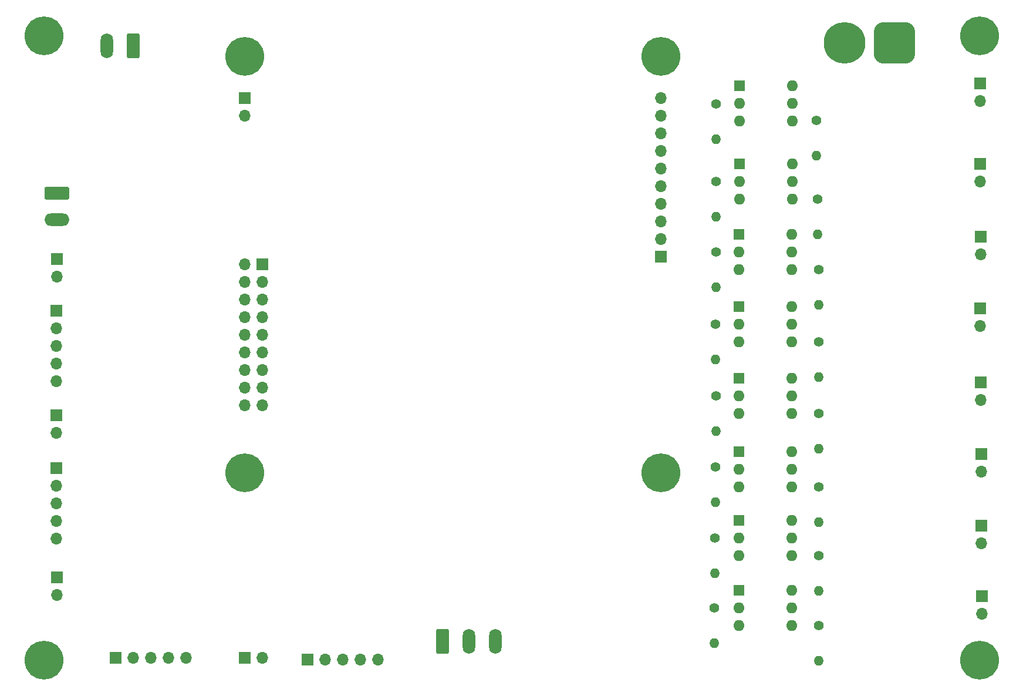
<source format=gbr>
%TF.GenerationSoftware,KiCad,Pcbnew,8.0.0-8.0.0-1~ubuntu20.04.1*%
%TF.CreationDate,2024-06-18T14:04:34-06:00*%
%TF.ProjectId,minibioreactor,6d696e69-6269-46f7-9265-6163746f722e,rev?*%
%TF.SameCoordinates,Original*%
%TF.FileFunction,Soldermask,Bot*%
%TF.FilePolarity,Negative*%
%FSLAX46Y46*%
G04 Gerber Fmt 4.6, Leading zero omitted, Abs format (unit mm)*
G04 Created by KiCad (PCBNEW 8.0.0-8.0.0-1~ubuntu20.04.1) date 2024-06-18 14:04:34*
%MOMM*%
%LPD*%
G01*
G04 APERTURE LIST*
G04 Aperture macros list*
%AMRoundRect*
0 Rectangle with rounded corners*
0 $1 Rounding radius*
0 $2 $3 $4 $5 $6 $7 $8 $9 X,Y pos of 4 corners*
0 Add a 4 corners polygon primitive as box body*
4,1,4,$2,$3,$4,$5,$6,$7,$8,$9,$2,$3,0*
0 Add four circle primitives for the rounded corners*
1,1,$1+$1,$2,$3*
1,1,$1+$1,$4,$5*
1,1,$1+$1,$6,$7*
1,1,$1+$1,$8,$9*
0 Add four rect primitives between the rounded corners*
20,1,$1+$1,$2,$3,$4,$5,0*
20,1,$1+$1,$4,$5,$6,$7,0*
20,1,$1+$1,$6,$7,$8,$9,0*
20,1,$1+$1,$8,$9,$2,$3,0*%
G04 Aperture macros list end*
%ADD10R,1.600000X1.600000*%
%ADD11O,1.600000X1.600000*%
%ADD12R,1.700000X1.700000*%
%ADD13O,1.700000X1.700000*%
%ADD14RoundRect,0.250000X-1.550000X0.650000X-1.550000X-0.650000X1.550000X-0.650000X1.550000X0.650000X0*%
%ADD15O,3.600000X1.800000*%
%ADD16C,1.400000*%
%ADD17O,1.400000X1.400000*%
%ADD18C,3.600000*%
%ADD19C,5.600000*%
%ADD20RoundRect,0.250000X0.650000X1.550000X-0.650000X1.550000X-0.650000X-1.550000X0.650000X-1.550000X0*%
%ADD21O,1.800000X3.600000*%
%ADD22RoundRect,0.250000X-0.650000X-1.550000X0.650000X-1.550000X0.650000X1.550000X-0.650000X1.550000X0*%
%ADD23RoundRect,1.500000X1.500000X1.500000X-1.500000X1.500000X-1.500000X-1.500000X1.500000X-1.500000X0*%
%ADD24C,6.000000*%
G04 APERTURE END LIST*
D10*
%TO.C,U304*%
X205300000Y-74070000D03*
D11*
X205300000Y-76610000D03*
X205300000Y-79150000D03*
X212920000Y-79150000D03*
X212920000Y-76610000D03*
X212920000Y-74070000D03*
%TD*%
D12*
%TO.C,J301*%
X240095000Y-41920000D03*
D13*
X240095000Y-44460000D03*
%TD*%
D10*
%TO.C,U301*%
X205380000Y-42200000D03*
D11*
X205380000Y-44740000D03*
X205380000Y-47280000D03*
X213000000Y-47280000D03*
X213000000Y-44740000D03*
X213000000Y-42200000D03*
%TD*%
D12*
%TO.C,J202*%
X106820000Y-74655000D03*
D13*
X106820000Y-77195000D03*
X106820000Y-79735000D03*
X106820000Y-82275000D03*
X106820000Y-84815000D03*
%TD*%
D12*
%TO.C,J307*%
X240230000Y-105600000D03*
D13*
X240230000Y-108140000D03*
%TD*%
D14*
%TO.C,J2*%
X106930000Y-57690000D03*
D15*
X106930000Y-61500000D03*
%TD*%
D16*
%TO.C,R304*%
X216620000Y-58550000D03*
D17*
X216620000Y-63630000D03*
%TD*%
D18*
%TO.C,H4*%
X134000000Y-98000000D03*
D19*
X134000000Y-98000000D03*
%TD*%
D12*
%TO.C,J4*%
X136540000Y-68000000D03*
D13*
X134000000Y-68000000D03*
X136540000Y-70540000D03*
X134000000Y-70540000D03*
X136540000Y-73080000D03*
X134000000Y-73080000D03*
X136540000Y-75620000D03*
X134000000Y-75620000D03*
X136540000Y-78160000D03*
X134000000Y-78160000D03*
X136540000Y-80700000D03*
X134000000Y-80700000D03*
X136540000Y-83240000D03*
X134000000Y-83240000D03*
X136540000Y-85780000D03*
X134000000Y-85780000D03*
X136540000Y-88320000D03*
X134000000Y-88320000D03*
%TD*%
D12*
%TO.C,J303*%
X240140000Y-64000000D03*
D13*
X240140000Y-66540000D03*
%TD*%
D10*
%TO.C,U308*%
X205300000Y-114970000D03*
D11*
X205300000Y-117510000D03*
X205300000Y-120050000D03*
X212920000Y-120050000D03*
X212920000Y-117510000D03*
X212920000Y-114970000D03*
%TD*%
D16*
%TO.C,R306*%
X216820000Y-68750000D03*
D17*
X216820000Y-73830000D03*
%TD*%
D12*
%TO.C,J5*%
X134000000Y-44000000D03*
D13*
X134000000Y-46540000D03*
%TD*%
D18*
%TO.C,H3*%
X194000000Y-98000000D03*
D19*
X194000000Y-98000000D03*
%TD*%
D12*
%TO.C,J201*%
X106860000Y-67195000D03*
D13*
X106860000Y-69735000D03*
%TD*%
D18*
%TO.C,H6*%
X105000000Y-35000000D03*
D19*
X105000000Y-35000000D03*
%TD*%
D10*
%TO.C,U305*%
X205300000Y-84400000D03*
D11*
X205300000Y-86940000D03*
X205300000Y-89480000D03*
X212920000Y-89480000D03*
X212920000Y-86940000D03*
X212920000Y-84400000D03*
%TD*%
D16*
%TO.C,R311*%
X201900000Y-97200000D03*
D17*
X201900000Y-102280000D03*
%TD*%
D12*
%TO.C,J6*%
X194000000Y-66860000D03*
D13*
X194000000Y-64320000D03*
X194000000Y-61780000D03*
X194000000Y-59240000D03*
X194000000Y-56700000D03*
X194000000Y-54160000D03*
X194000000Y-51620000D03*
X194000000Y-49080000D03*
X194000000Y-46540000D03*
X194000000Y-44000000D03*
%TD*%
D16*
%TO.C,R305*%
X202000000Y-66210000D03*
D17*
X202000000Y-71290000D03*
%TD*%
D16*
%TO.C,R310*%
X216820000Y-89450000D03*
D17*
X216820000Y-94530000D03*
%TD*%
D12*
%TO.C,J308*%
X240330000Y-115800000D03*
D13*
X240330000Y-118340000D03*
%TD*%
D12*
%TO.C,J306*%
X240230000Y-95270000D03*
D13*
X240230000Y-97810000D03*
%TD*%
D12*
%TO.C,J304*%
X240090000Y-74290000D03*
D13*
X240090000Y-76830000D03*
%TD*%
D12*
%TO.C,J204*%
X106790000Y-97365000D03*
D13*
X106790000Y-99905000D03*
X106790000Y-102445000D03*
X106790000Y-104985000D03*
X106790000Y-107525000D03*
%TD*%
D20*
%TO.C,J1*%
X117867500Y-36500000D03*
D21*
X114057500Y-36500000D03*
%TD*%
D16*
%TO.C,R303*%
X202020000Y-56010000D03*
D17*
X202020000Y-61090000D03*
%TD*%
D16*
%TO.C,R307*%
X201920000Y-76610000D03*
D17*
X201920000Y-81690000D03*
%TD*%
D18*
%TO.C,H8*%
X240000000Y-125000000D03*
D19*
X240000000Y-125000000D03*
%TD*%
D18*
%TO.C,H2*%
X134000000Y-38000000D03*
D19*
X134000000Y-38000000D03*
%TD*%
D10*
%TO.C,U307*%
X205300000Y-104860000D03*
D11*
X205300000Y-107400000D03*
X205300000Y-109940000D03*
X212920000Y-109940000D03*
X212920000Y-107400000D03*
X212920000Y-104860000D03*
%TD*%
D16*
%TO.C,R301*%
X202020000Y-44810000D03*
D17*
X202020000Y-49890000D03*
%TD*%
D16*
%TO.C,R308*%
X216820000Y-79150000D03*
D17*
X216820000Y-84230000D03*
%TD*%
D16*
%TO.C,R314*%
X216820000Y-109950000D03*
D17*
X216820000Y-115030000D03*
%TD*%
D22*
%TO.C,J7*%
X162545000Y-122342500D03*
D21*
X166355000Y-122342500D03*
X170165000Y-122342500D03*
%TD*%
D10*
%TO.C,U303*%
X205260000Y-63670000D03*
D11*
X205260000Y-66210000D03*
X205260000Y-68750000D03*
X212880000Y-68750000D03*
X212880000Y-66210000D03*
X212880000Y-63670000D03*
%TD*%
D16*
%TO.C,R316*%
X216800000Y-120000000D03*
D17*
X216800000Y-125080000D03*
%TD*%
D18*
%TO.C,H1*%
X194000000Y-38000000D03*
D19*
X194000000Y-38000000D03*
%TD*%
D16*
%TO.C,R302*%
X216420000Y-47250000D03*
D17*
X216420000Y-52330000D03*
%TD*%
D12*
%TO.C,J206*%
X115400000Y-124670000D03*
D13*
X117940000Y-124670000D03*
X120480000Y-124670000D03*
X123020000Y-124670000D03*
X125560000Y-124670000D03*
%TD*%
D12*
%TO.C,J302*%
X240110000Y-53450000D03*
D13*
X240110000Y-55990000D03*
%TD*%
D23*
%TO.C,J3*%
X227700000Y-36000000D03*
D24*
X220500000Y-36000000D03*
%TD*%
D12*
%TO.C,J203*%
X106790000Y-89715000D03*
D13*
X106790000Y-92255000D03*
%TD*%
D16*
%TO.C,R315*%
X201700000Y-117500000D03*
D17*
X201700000Y-122580000D03*
%TD*%
D10*
%TO.C,U302*%
X205400000Y-53470000D03*
D11*
X205400000Y-56010000D03*
X205400000Y-58550000D03*
X213020000Y-58550000D03*
X213020000Y-56010000D03*
X213020000Y-53470000D03*
%TD*%
D16*
%TO.C,R309*%
X202020000Y-86910000D03*
D17*
X202020000Y-91990000D03*
%TD*%
D16*
%TO.C,R312*%
X216820000Y-100050000D03*
D17*
X216820000Y-105130000D03*
%TD*%
D16*
%TO.C,R313*%
X201820000Y-107450000D03*
D17*
X201820000Y-112530000D03*
%TD*%
D12*
%TO.C,J207*%
X133965000Y-124650000D03*
D13*
X136505000Y-124650000D03*
%TD*%
D12*
%TO.C,J208*%
X143030000Y-124930000D03*
D13*
X145570000Y-124930000D03*
X148110000Y-124930000D03*
X150650000Y-124930000D03*
X153190000Y-124930000D03*
%TD*%
D12*
%TO.C,J305*%
X240190000Y-84950000D03*
D13*
X240190000Y-87490000D03*
%TD*%
D18*
%TO.C,H5*%
X240000000Y-35000000D03*
D19*
X240000000Y-35000000D03*
%TD*%
D12*
%TO.C,J205*%
X106860000Y-113120000D03*
D13*
X106860000Y-115660000D03*
%TD*%
D10*
%TO.C,U306*%
X205300000Y-94970000D03*
D11*
X205300000Y-97510000D03*
X205300000Y-100050000D03*
X212920000Y-100050000D03*
X212920000Y-97510000D03*
X212920000Y-94970000D03*
%TD*%
D18*
%TO.C,H7*%
X105000000Y-125000000D03*
D19*
X105000000Y-125000000D03*
%TD*%
M02*

</source>
